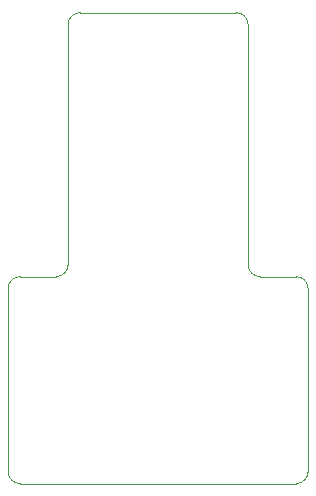
<source format=gbr>
%TF.GenerationSoftware,KiCad,Pcbnew,7.0.1*%
%TF.CreationDate,2023-05-06T15:32:37-03:00*%
%TF.ProjectId,Analog_Control,416e616c-6f67-45f4-936f-6e74726f6c2e,rev?*%
%TF.SameCoordinates,Original*%
%TF.FileFunction,Profile,NP*%
%FSLAX46Y46*%
G04 Gerber Fmt 4.6, Leading zero omitted, Abs format (unit mm)*
G04 Created by KiCad (PCBNEW 7.0.1) date 2023-05-06 15:32:37*
%MOMM*%
%LPD*%
G01*
G04 APERTURE LIST*
%TA.AperFunction,Profile*%
%ADD10C,0.100000*%
%TD*%
G04 APERTURE END LIST*
D10*
X145034000Y-103378000D02*
G75*
G03*
X146050000Y-102362000I0J1016000D01*
G01*
X162306000Y-103378000D02*
X165354000Y-103378000D01*
X145034000Y-103378000D02*
X141986000Y-103378000D01*
X146050000Y-92456000D02*
X146050000Y-82042000D01*
X161290000Y-82042000D02*
X161290000Y-92456000D01*
X161290000Y-102362000D02*
G75*
G03*
X162306000Y-103378000I1016000J0D01*
G01*
X147066000Y-81026000D02*
G75*
G03*
X146050000Y-82042000I0J-1016000D01*
G01*
X161290000Y-92456000D02*
X161290000Y-102362000D01*
X147066000Y-81026000D02*
X160274000Y-81026000D01*
X166370000Y-104394000D02*
X166370000Y-119888000D01*
X161290000Y-82042000D02*
G75*
G03*
X160274000Y-81026000I-1016000J0D01*
G01*
X141986000Y-103378000D02*
G75*
G03*
X140970000Y-104394000I0J-1016000D01*
G01*
X140970000Y-104394000D02*
X140970000Y-119888000D01*
X140970000Y-119888000D02*
G75*
G03*
X141986000Y-120904000I1016000J0D01*
G01*
X165354000Y-120904000D02*
G75*
G03*
X166370000Y-119888000I0J1016000D01*
G01*
X141986000Y-120904000D02*
X165354000Y-120904000D01*
X146050000Y-92456000D02*
X146050000Y-102362000D01*
X166370000Y-104394000D02*
G75*
G03*
X165354000Y-103378000I-1016000J0D01*
G01*
M02*

</source>
